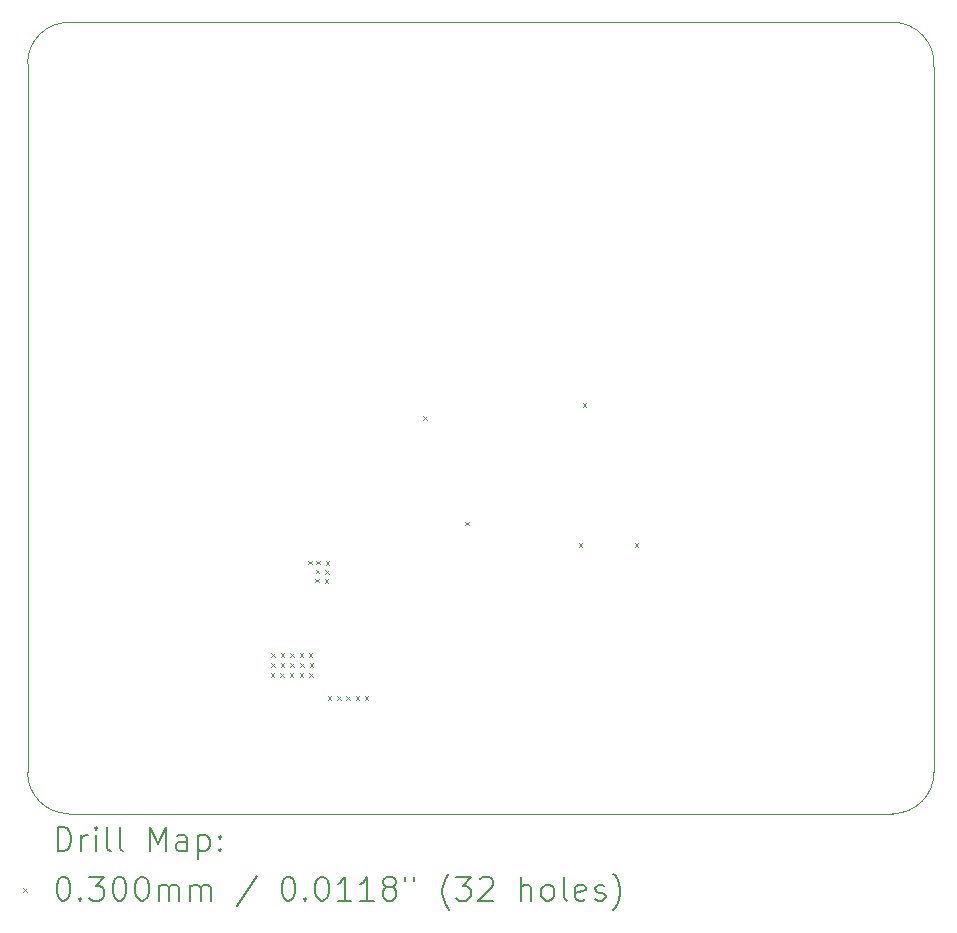
<source format=gbr>
%TF.GenerationSoftware,KiCad,Pcbnew,8.0.4*%
%TF.CreationDate,2024-12-09T12:19:38+01:00*%
%TF.ProjectId,BLDC motor controller,424c4443-206d-46f7-946f-7220636f6e74,1.1*%
%TF.SameCoordinates,Original*%
%TF.FileFunction,Drillmap*%
%TF.FilePolarity,Positive*%
%FSLAX45Y45*%
G04 Gerber Fmt 4.5, Leading zero omitted, Abs format (unit mm)*
G04 Created by KiCad (PCBNEW 8.0.4) date 2024-12-09 12:19:38*
%MOMM*%
%LPD*%
G01*
G04 APERTURE LIST*
%ADD10C,0.100000*%
%ADD11C,0.200000*%
G04 APERTURE END LIST*
D10*
X9725000Y-6750000D02*
X16700000Y-6750000D01*
X9375000Y-7100000D02*
G75*
G02*
X9725000Y-6750000I350000J0D01*
G01*
X9375000Y-13100000D02*
X9375000Y-8750000D01*
X16700000Y-6750000D02*
G75*
G02*
X17049111Y-7124936I0J-350000D01*
G01*
X9725000Y-13450000D02*
X16700000Y-13450000D01*
X17050000Y-13100000D02*
X17050000Y-7125000D01*
X17050000Y-13100000D02*
G75*
G02*
X16700000Y-13450000I-350000J0D01*
G01*
X9725000Y-13450000D02*
G75*
G02*
X9375000Y-13100000I0J350000D01*
G01*
X9375000Y-8750000D02*
X9375000Y-7100000D01*
D11*
D10*
X11435000Y-12260000D02*
X11465000Y-12290000D01*
X11465000Y-12260000D02*
X11435000Y-12290000D01*
X11440000Y-12090000D02*
X11470000Y-12120000D01*
X11470000Y-12090000D02*
X11440000Y-12120000D01*
X11440000Y-12175000D02*
X11470000Y-12205000D01*
X11470000Y-12175000D02*
X11440000Y-12205000D01*
X11515000Y-12260000D02*
X11545000Y-12290000D01*
X11545000Y-12260000D02*
X11515000Y-12290000D01*
X11520000Y-12090000D02*
X11550000Y-12120000D01*
X11550000Y-12090000D02*
X11520000Y-12120000D01*
X11520000Y-12175000D02*
X11550000Y-12205000D01*
X11550000Y-12175000D02*
X11520000Y-12205000D01*
X11595000Y-12260000D02*
X11625000Y-12290000D01*
X11625000Y-12260000D02*
X11595000Y-12290000D01*
X11600000Y-12090000D02*
X11630000Y-12120000D01*
X11630000Y-12090000D02*
X11600000Y-12120000D01*
X11600000Y-12175000D02*
X11630000Y-12205000D01*
X11630000Y-12175000D02*
X11600000Y-12205000D01*
X11680000Y-12090000D02*
X11710000Y-12120000D01*
X11710000Y-12090000D02*
X11680000Y-12120000D01*
X11680000Y-12260000D02*
X11710000Y-12290000D01*
X11710000Y-12260000D02*
X11680000Y-12290000D01*
X11685000Y-12175000D02*
X11715000Y-12205000D01*
X11715000Y-12175000D02*
X11685000Y-12205000D01*
X11750000Y-11310000D02*
X11780000Y-11340000D01*
X11780000Y-11310000D02*
X11750000Y-11340000D01*
X11755000Y-12090000D02*
X11785000Y-12120000D01*
X11785000Y-12090000D02*
X11755000Y-12120000D01*
X11760000Y-12260000D02*
X11790000Y-12290000D01*
X11790000Y-12260000D02*
X11760000Y-12290000D01*
X11765000Y-12175000D02*
X11795000Y-12205000D01*
X11795000Y-12175000D02*
X11765000Y-12205000D01*
X11810000Y-11460000D02*
X11840000Y-11490000D01*
X11840000Y-11460000D02*
X11810000Y-11490000D01*
X11815000Y-11385000D02*
X11845000Y-11415000D01*
X11845000Y-11385000D02*
X11815000Y-11415000D01*
X11820000Y-11310000D02*
X11850000Y-11340000D01*
X11850000Y-11310000D02*
X11820000Y-11340000D01*
X11890000Y-11465000D02*
X11920000Y-11495000D01*
X11920000Y-11465000D02*
X11890000Y-11495000D01*
X11895000Y-11390000D02*
X11925000Y-11420000D01*
X11925000Y-11390000D02*
X11895000Y-11420000D01*
X11900000Y-11315000D02*
X11930000Y-11345000D01*
X11930000Y-11315000D02*
X11900000Y-11345000D01*
X11915000Y-12455000D02*
X11945000Y-12485000D01*
X11945000Y-12455000D02*
X11915000Y-12485000D01*
X11995000Y-12455000D02*
X12025000Y-12485000D01*
X12025000Y-12455000D02*
X11995000Y-12485000D01*
X12075000Y-12455000D02*
X12105000Y-12485000D01*
X12105000Y-12455000D02*
X12075000Y-12485000D01*
X12155000Y-12455000D02*
X12185000Y-12485000D01*
X12185000Y-12455000D02*
X12155000Y-12485000D01*
X12230000Y-12455000D02*
X12260000Y-12485000D01*
X12260000Y-12455000D02*
X12230000Y-12485000D01*
X12725000Y-10085000D02*
X12755000Y-10115000D01*
X12755000Y-10085000D02*
X12725000Y-10115000D01*
X13082500Y-10977500D02*
X13112500Y-11007500D01*
X13112500Y-10977500D02*
X13082500Y-11007500D01*
X14040000Y-11160000D02*
X14070000Y-11190000D01*
X14070000Y-11160000D02*
X14040000Y-11190000D01*
X14075000Y-9975000D02*
X14105000Y-10005000D01*
X14105000Y-9975000D02*
X14075000Y-10005000D01*
X14515000Y-11160000D02*
X14545000Y-11190000D01*
X14545000Y-11160000D02*
X14515000Y-11190000D01*
D11*
X9630777Y-13766484D02*
X9630777Y-13566484D01*
X9630777Y-13566484D02*
X9678396Y-13566484D01*
X9678396Y-13566484D02*
X9706967Y-13576008D01*
X9706967Y-13576008D02*
X9726015Y-13595055D01*
X9726015Y-13595055D02*
X9735539Y-13614103D01*
X9735539Y-13614103D02*
X9745063Y-13652198D01*
X9745063Y-13652198D02*
X9745063Y-13680769D01*
X9745063Y-13680769D02*
X9735539Y-13718865D01*
X9735539Y-13718865D02*
X9726015Y-13737912D01*
X9726015Y-13737912D02*
X9706967Y-13756960D01*
X9706967Y-13756960D02*
X9678396Y-13766484D01*
X9678396Y-13766484D02*
X9630777Y-13766484D01*
X9830777Y-13766484D02*
X9830777Y-13633150D01*
X9830777Y-13671246D02*
X9840301Y-13652198D01*
X9840301Y-13652198D02*
X9849824Y-13642674D01*
X9849824Y-13642674D02*
X9868872Y-13633150D01*
X9868872Y-13633150D02*
X9887920Y-13633150D01*
X9954586Y-13766484D02*
X9954586Y-13633150D01*
X9954586Y-13566484D02*
X9945063Y-13576008D01*
X9945063Y-13576008D02*
X9954586Y-13585531D01*
X9954586Y-13585531D02*
X9964110Y-13576008D01*
X9964110Y-13576008D02*
X9954586Y-13566484D01*
X9954586Y-13566484D02*
X9954586Y-13585531D01*
X10078396Y-13766484D02*
X10059348Y-13756960D01*
X10059348Y-13756960D02*
X10049824Y-13737912D01*
X10049824Y-13737912D02*
X10049824Y-13566484D01*
X10183158Y-13766484D02*
X10164110Y-13756960D01*
X10164110Y-13756960D02*
X10154586Y-13737912D01*
X10154586Y-13737912D02*
X10154586Y-13566484D01*
X10411729Y-13766484D02*
X10411729Y-13566484D01*
X10411729Y-13566484D02*
X10478396Y-13709341D01*
X10478396Y-13709341D02*
X10545063Y-13566484D01*
X10545063Y-13566484D02*
X10545063Y-13766484D01*
X10726015Y-13766484D02*
X10726015Y-13661722D01*
X10726015Y-13661722D02*
X10716491Y-13642674D01*
X10716491Y-13642674D02*
X10697444Y-13633150D01*
X10697444Y-13633150D02*
X10659348Y-13633150D01*
X10659348Y-13633150D02*
X10640301Y-13642674D01*
X10726015Y-13756960D02*
X10706967Y-13766484D01*
X10706967Y-13766484D02*
X10659348Y-13766484D01*
X10659348Y-13766484D02*
X10640301Y-13756960D01*
X10640301Y-13756960D02*
X10630777Y-13737912D01*
X10630777Y-13737912D02*
X10630777Y-13718865D01*
X10630777Y-13718865D02*
X10640301Y-13699817D01*
X10640301Y-13699817D02*
X10659348Y-13690293D01*
X10659348Y-13690293D02*
X10706967Y-13690293D01*
X10706967Y-13690293D02*
X10726015Y-13680769D01*
X10821253Y-13633150D02*
X10821253Y-13833150D01*
X10821253Y-13642674D02*
X10840301Y-13633150D01*
X10840301Y-13633150D02*
X10878396Y-13633150D01*
X10878396Y-13633150D02*
X10897444Y-13642674D01*
X10897444Y-13642674D02*
X10906967Y-13652198D01*
X10906967Y-13652198D02*
X10916491Y-13671246D01*
X10916491Y-13671246D02*
X10916491Y-13728388D01*
X10916491Y-13728388D02*
X10906967Y-13747436D01*
X10906967Y-13747436D02*
X10897444Y-13756960D01*
X10897444Y-13756960D02*
X10878396Y-13766484D01*
X10878396Y-13766484D02*
X10840301Y-13766484D01*
X10840301Y-13766484D02*
X10821253Y-13756960D01*
X11002205Y-13747436D02*
X11011729Y-13756960D01*
X11011729Y-13756960D02*
X11002205Y-13766484D01*
X11002205Y-13766484D02*
X10992682Y-13756960D01*
X10992682Y-13756960D02*
X11002205Y-13747436D01*
X11002205Y-13747436D02*
X11002205Y-13766484D01*
X11002205Y-13642674D02*
X11011729Y-13652198D01*
X11011729Y-13652198D02*
X11002205Y-13661722D01*
X11002205Y-13661722D02*
X10992682Y-13652198D01*
X10992682Y-13652198D02*
X11002205Y-13642674D01*
X11002205Y-13642674D02*
X11002205Y-13661722D01*
D10*
X9340000Y-14080000D02*
X9370000Y-14110000D01*
X9370000Y-14080000D02*
X9340000Y-14110000D01*
D11*
X9668872Y-13986484D02*
X9687920Y-13986484D01*
X9687920Y-13986484D02*
X9706967Y-13996008D01*
X9706967Y-13996008D02*
X9716491Y-14005531D01*
X9716491Y-14005531D02*
X9726015Y-14024579D01*
X9726015Y-14024579D02*
X9735539Y-14062674D01*
X9735539Y-14062674D02*
X9735539Y-14110293D01*
X9735539Y-14110293D02*
X9726015Y-14148388D01*
X9726015Y-14148388D02*
X9716491Y-14167436D01*
X9716491Y-14167436D02*
X9706967Y-14176960D01*
X9706967Y-14176960D02*
X9687920Y-14186484D01*
X9687920Y-14186484D02*
X9668872Y-14186484D01*
X9668872Y-14186484D02*
X9649824Y-14176960D01*
X9649824Y-14176960D02*
X9640301Y-14167436D01*
X9640301Y-14167436D02*
X9630777Y-14148388D01*
X9630777Y-14148388D02*
X9621253Y-14110293D01*
X9621253Y-14110293D02*
X9621253Y-14062674D01*
X9621253Y-14062674D02*
X9630777Y-14024579D01*
X9630777Y-14024579D02*
X9640301Y-14005531D01*
X9640301Y-14005531D02*
X9649824Y-13996008D01*
X9649824Y-13996008D02*
X9668872Y-13986484D01*
X9821253Y-14167436D02*
X9830777Y-14176960D01*
X9830777Y-14176960D02*
X9821253Y-14186484D01*
X9821253Y-14186484D02*
X9811729Y-14176960D01*
X9811729Y-14176960D02*
X9821253Y-14167436D01*
X9821253Y-14167436D02*
X9821253Y-14186484D01*
X9897444Y-13986484D02*
X10021253Y-13986484D01*
X10021253Y-13986484D02*
X9954586Y-14062674D01*
X9954586Y-14062674D02*
X9983158Y-14062674D01*
X9983158Y-14062674D02*
X10002205Y-14072198D01*
X10002205Y-14072198D02*
X10011729Y-14081722D01*
X10011729Y-14081722D02*
X10021253Y-14100769D01*
X10021253Y-14100769D02*
X10021253Y-14148388D01*
X10021253Y-14148388D02*
X10011729Y-14167436D01*
X10011729Y-14167436D02*
X10002205Y-14176960D01*
X10002205Y-14176960D02*
X9983158Y-14186484D01*
X9983158Y-14186484D02*
X9926015Y-14186484D01*
X9926015Y-14186484D02*
X9906967Y-14176960D01*
X9906967Y-14176960D02*
X9897444Y-14167436D01*
X10145063Y-13986484D02*
X10164110Y-13986484D01*
X10164110Y-13986484D02*
X10183158Y-13996008D01*
X10183158Y-13996008D02*
X10192682Y-14005531D01*
X10192682Y-14005531D02*
X10202205Y-14024579D01*
X10202205Y-14024579D02*
X10211729Y-14062674D01*
X10211729Y-14062674D02*
X10211729Y-14110293D01*
X10211729Y-14110293D02*
X10202205Y-14148388D01*
X10202205Y-14148388D02*
X10192682Y-14167436D01*
X10192682Y-14167436D02*
X10183158Y-14176960D01*
X10183158Y-14176960D02*
X10164110Y-14186484D01*
X10164110Y-14186484D02*
X10145063Y-14186484D01*
X10145063Y-14186484D02*
X10126015Y-14176960D01*
X10126015Y-14176960D02*
X10116491Y-14167436D01*
X10116491Y-14167436D02*
X10106967Y-14148388D01*
X10106967Y-14148388D02*
X10097444Y-14110293D01*
X10097444Y-14110293D02*
X10097444Y-14062674D01*
X10097444Y-14062674D02*
X10106967Y-14024579D01*
X10106967Y-14024579D02*
X10116491Y-14005531D01*
X10116491Y-14005531D02*
X10126015Y-13996008D01*
X10126015Y-13996008D02*
X10145063Y-13986484D01*
X10335539Y-13986484D02*
X10354586Y-13986484D01*
X10354586Y-13986484D02*
X10373634Y-13996008D01*
X10373634Y-13996008D02*
X10383158Y-14005531D01*
X10383158Y-14005531D02*
X10392682Y-14024579D01*
X10392682Y-14024579D02*
X10402205Y-14062674D01*
X10402205Y-14062674D02*
X10402205Y-14110293D01*
X10402205Y-14110293D02*
X10392682Y-14148388D01*
X10392682Y-14148388D02*
X10383158Y-14167436D01*
X10383158Y-14167436D02*
X10373634Y-14176960D01*
X10373634Y-14176960D02*
X10354586Y-14186484D01*
X10354586Y-14186484D02*
X10335539Y-14186484D01*
X10335539Y-14186484D02*
X10316491Y-14176960D01*
X10316491Y-14176960D02*
X10306967Y-14167436D01*
X10306967Y-14167436D02*
X10297444Y-14148388D01*
X10297444Y-14148388D02*
X10287920Y-14110293D01*
X10287920Y-14110293D02*
X10287920Y-14062674D01*
X10287920Y-14062674D02*
X10297444Y-14024579D01*
X10297444Y-14024579D02*
X10306967Y-14005531D01*
X10306967Y-14005531D02*
X10316491Y-13996008D01*
X10316491Y-13996008D02*
X10335539Y-13986484D01*
X10487920Y-14186484D02*
X10487920Y-14053150D01*
X10487920Y-14072198D02*
X10497444Y-14062674D01*
X10497444Y-14062674D02*
X10516491Y-14053150D01*
X10516491Y-14053150D02*
X10545063Y-14053150D01*
X10545063Y-14053150D02*
X10564110Y-14062674D01*
X10564110Y-14062674D02*
X10573634Y-14081722D01*
X10573634Y-14081722D02*
X10573634Y-14186484D01*
X10573634Y-14081722D02*
X10583158Y-14062674D01*
X10583158Y-14062674D02*
X10602205Y-14053150D01*
X10602205Y-14053150D02*
X10630777Y-14053150D01*
X10630777Y-14053150D02*
X10649825Y-14062674D01*
X10649825Y-14062674D02*
X10659348Y-14081722D01*
X10659348Y-14081722D02*
X10659348Y-14186484D01*
X10754586Y-14186484D02*
X10754586Y-14053150D01*
X10754586Y-14072198D02*
X10764110Y-14062674D01*
X10764110Y-14062674D02*
X10783158Y-14053150D01*
X10783158Y-14053150D02*
X10811729Y-14053150D01*
X10811729Y-14053150D02*
X10830777Y-14062674D01*
X10830777Y-14062674D02*
X10840301Y-14081722D01*
X10840301Y-14081722D02*
X10840301Y-14186484D01*
X10840301Y-14081722D02*
X10849825Y-14062674D01*
X10849825Y-14062674D02*
X10868872Y-14053150D01*
X10868872Y-14053150D02*
X10897444Y-14053150D01*
X10897444Y-14053150D02*
X10916491Y-14062674D01*
X10916491Y-14062674D02*
X10926015Y-14081722D01*
X10926015Y-14081722D02*
X10926015Y-14186484D01*
X11316491Y-13976960D02*
X11145063Y-14234103D01*
X11573634Y-13986484D02*
X11592682Y-13986484D01*
X11592682Y-13986484D02*
X11611729Y-13996008D01*
X11611729Y-13996008D02*
X11621253Y-14005531D01*
X11621253Y-14005531D02*
X11630777Y-14024579D01*
X11630777Y-14024579D02*
X11640301Y-14062674D01*
X11640301Y-14062674D02*
X11640301Y-14110293D01*
X11640301Y-14110293D02*
X11630777Y-14148388D01*
X11630777Y-14148388D02*
X11621253Y-14167436D01*
X11621253Y-14167436D02*
X11611729Y-14176960D01*
X11611729Y-14176960D02*
X11592682Y-14186484D01*
X11592682Y-14186484D02*
X11573634Y-14186484D01*
X11573634Y-14186484D02*
X11554586Y-14176960D01*
X11554586Y-14176960D02*
X11545063Y-14167436D01*
X11545063Y-14167436D02*
X11535539Y-14148388D01*
X11535539Y-14148388D02*
X11526015Y-14110293D01*
X11526015Y-14110293D02*
X11526015Y-14062674D01*
X11526015Y-14062674D02*
X11535539Y-14024579D01*
X11535539Y-14024579D02*
X11545063Y-14005531D01*
X11545063Y-14005531D02*
X11554586Y-13996008D01*
X11554586Y-13996008D02*
X11573634Y-13986484D01*
X11726015Y-14167436D02*
X11735539Y-14176960D01*
X11735539Y-14176960D02*
X11726015Y-14186484D01*
X11726015Y-14186484D02*
X11716491Y-14176960D01*
X11716491Y-14176960D02*
X11726015Y-14167436D01*
X11726015Y-14167436D02*
X11726015Y-14186484D01*
X11859348Y-13986484D02*
X11878396Y-13986484D01*
X11878396Y-13986484D02*
X11897444Y-13996008D01*
X11897444Y-13996008D02*
X11906967Y-14005531D01*
X11906967Y-14005531D02*
X11916491Y-14024579D01*
X11916491Y-14024579D02*
X11926015Y-14062674D01*
X11926015Y-14062674D02*
X11926015Y-14110293D01*
X11926015Y-14110293D02*
X11916491Y-14148388D01*
X11916491Y-14148388D02*
X11906967Y-14167436D01*
X11906967Y-14167436D02*
X11897444Y-14176960D01*
X11897444Y-14176960D02*
X11878396Y-14186484D01*
X11878396Y-14186484D02*
X11859348Y-14186484D01*
X11859348Y-14186484D02*
X11840301Y-14176960D01*
X11840301Y-14176960D02*
X11830777Y-14167436D01*
X11830777Y-14167436D02*
X11821253Y-14148388D01*
X11821253Y-14148388D02*
X11811729Y-14110293D01*
X11811729Y-14110293D02*
X11811729Y-14062674D01*
X11811729Y-14062674D02*
X11821253Y-14024579D01*
X11821253Y-14024579D02*
X11830777Y-14005531D01*
X11830777Y-14005531D02*
X11840301Y-13996008D01*
X11840301Y-13996008D02*
X11859348Y-13986484D01*
X12116491Y-14186484D02*
X12002206Y-14186484D01*
X12059348Y-14186484D02*
X12059348Y-13986484D01*
X12059348Y-13986484D02*
X12040301Y-14015055D01*
X12040301Y-14015055D02*
X12021253Y-14034103D01*
X12021253Y-14034103D02*
X12002206Y-14043627D01*
X12306967Y-14186484D02*
X12192682Y-14186484D01*
X12249825Y-14186484D02*
X12249825Y-13986484D01*
X12249825Y-13986484D02*
X12230777Y-14015055D01*
X12230777Y-14015055D02*
X12211729Y-14034103D01*
X12211729Y-14034103D02*
X12192682Y-14043627D01*
X12421253Y-14072198D02*
X12402206Y-14062674D01*
X12402206Y-14062674D02*
X12392682Y-14053150D01*
X12392682Y-14053150D02*
X12383158Y-14034103D01*
X12383158Y-14034103D02*
X12383158Y-14024579D01*
X12383158Y-14024579D02*
X12392682Y-14005531D01*
X12392682Y-14005531D02*
X12402206Y-13996008D01*
X12402206Y-13996008D02*
X12421253Y-13986484D01*
X12421253Y-13986484D02*
X12459348Y-13986484D01*
X12459348Y-13986484D02*
X12478396Y-13996008D01*
X12478396Y-13996008D02*
X12487920Y-14005531D01*
X12487920Y-14005531D02*
X12497444Y-14024579D01*
X12497444Y-14024579D02*
X12497444Y-14034103D01*
X12497444Y-14034103D02*
X12487920Y-14053150D01*
X12487920Y-14053150D02*
X12478396Y-14062674D01*
X12478396Y-14062674D02*
X12459348Y-14072198D01*
X12459348Y-14072198D02*
X12421253Y-14072198D01*
X12421253Y-14072198D02*
X12402206Y-14081722D01*
X12402206Y-14081722D02*
X12392682Y-14091246D01*
X12392682Y-14091246D02*
X12383158Y-14110293D01*
X12383158Y-14110293D02*
X12383158Y-14148388D01*
X12383158Y-14148388D02*
X12392682Y-14167436D01*
X12392682Y-14167436D02*
X12402206Y-14176960D01*
X12402206Y-14176960D02*
X12421253Y-14186484D01*
X12421253Y-14186484D02*
X12459348Y-14186484D01*
X12459348Y-14186484D02*
X12478396Y-14176960D01*
X12478396Y-14176960D02*
X12487920Y-14167436D01*
X12487920Y-14167436D02*
X12497444Y-14148388D01*
X12497444Y-14148388D02*
X12497444Y-14110293D01*
X12497444Y-14110293D02*
X12487920Y-14091246D01*
X12487920Y-14091246D02*
X12478396Y-14081722D01*
X12478396Y-14081722D02*
X12459348Y-14072198D01*
X12573634Y-13986484D02*
X12573634Y-14024579D01*
X12649825Y-13986484D02*
X12649825Y-14024579D01*
X12945063Y-14262674D02*
X12935539Y-14253150D01*
X12935539Y-14253150D02*
X12916491Y-14224579D01*
X12916491Y-14224579D02*
X12906968Y-14205531D01*
X12906968Y-14205531D02*
X12897444Y-14176960D01*
X12897444Y-14176960D02*
X12887920Y-14129341D01*
X12887920Y-14129341D02*
X12887920Y-14091246D01*
X12887920Y-14091246D02*
X12897444Y-14043627D01*
X12897444Y-14043627D02*
X12906968Y-14015055D01*
X12906968Y-14015055D02*
X12916491Y-13996008D01*
X12916491Y-13996008D02*
X12935539Y-13967436D01*
X12935539Y-13967436D02*
X12945063Y-13957912D01*
X13002206Y-13986484D02*
X13126015Y-13986484D01*
X13126015Y-13986484D02*
X13059348Y-14062674D01*
X13059348Y-14062674D02*
X13087920Y-14062674D01*
X13087920Y-14062674D02*
X13106968Y-14072198D01*
X13106968Y-14072198D02*
X13116491Y-14081722D01*
X13116491Y-14081722D02*
X13126015Y-14100769D01*
X13126015Y-14100769D02*
X13126015Y-14148388D01*
X13126015Y-14148388D02*
X13116491Y-14167436D01*
X13116491Y-14167436D02*
X13106968Y-14176960D01*
X13106968Y-14176960D02*
X13087920Y-14186484D01*
X13087920Y-14186484D02*
X13030777Y-14186484D01*
X13030777Y-14186484D02*
X13011729Y-14176960D01*
X13011729Y-14176960D02*
X13002206Y-14167436D01*
X13202206Y-14005531D02*
X13211729Y-13996008D01*
X13211729Y-13996008D02*
X13230777Y-13986484D01*
X13230777Y-13986484D02*
X13278396Y-13986484D01*
X13278396Y-13986484D02*
X13297444Y-13996008D01*
X13297444Y-13996008D02*
X13306968Y-14005531D01*
X13306968Y-14005531D02*
X13316491Y-14024579D01*
X13316491Y-14024579D02*
X13316491Y-14043627D01*
X13316491Y-14043627D02*
X13306968Y-14072198D01*
X13306968Y-14072198D02*
X13192682Y-14186484D01*
X13192682Y-14186484D02*
X13316491Y-14186484D01*
X13554587Y-14186484D02*
X13554587Y-13986484D01*
X13640301Y-14186484D02*
X13640301Y-14081722D01*
X13640301Y-14081722D02*
X13630777Y-14062674D01*
X13630777Y-14062674D02*
X13611730Y-14053150D01*
X13611730Y-14053150D02*
X13583158Y-14053150D01*
X13583158Y-14053150D02*
X13564110Y-14062674D01*
X13564110Y-14062674D02*
X13554587Y-14072198D01*
X13764110Y-14186484D02*
X13745063Y-14176960D01*
X13745063Y-14176960D02*
X13735539Y-14167436D01*
X13735539Y-14167436D02*
X13726015Y-14148388D01*
X13726015Y-14148388D02*
X13726015Y-14091246D01*
X13726015Y-14091246D02*
X13735539Y-14072198D01*
X13735539Y-14072198D02*
X13745063Y-14062674D01*
X13745063Y-14062674D02*
X13764110Y-14053150D01*
X13764110Y-14053150D02*
X13792682Y-14053150D01*
X13792682Y-14053150D02*
X13811730Y-14062674D01*
X13811730Y-14062674D02*
X13821253Y-14072198D01*
X13821253Y-14072198D02*
X13830777Y-14091246D01*
X13830777Y-14091246D02*
X13830777Y-14148388D01*
X13830777Y-14148388D02*
X13821253Y-14167436D01*
X13821253Y-14167436D02*
X13811730Y-14176960D01*
X13811730Y-14176960D02*
X13792682Y-14186484D01*
X13792682Y-14186484D02*
X13764110Y-14186484D01*
X13945063Y-14186484D02*
X13926015Y-14176960D01*
X13926015Y-14176960D02*
X13916491Y-14157912D01*
X13916491Y-14157912D02*
X13916491Y-13986484D01*
X14097444Y-14176960D02*
X14078396Y-14186484D01*
X14078396Y-14186484D02*
X14040301Y-14186484D01*
X14040301Y-14186484D02*
X14021253Y-14176960D01*
X14021253Y-14176960D02*
X14011730Y-14157912D01*
X14011730Y-14157912D02*
X14011730Y-14081722D01*
X14011730Y-14081722D02*
X14021253Y-14062674D01*
X14021253Y-14062674D02*
X14040301Y-14053150D01*
X14040301Y-14053150D02*
X14078396Y-14053150D01*
X14078396Y-14053150D02*
X14097444Y-14062674D01*
X14097444Y-14062674D02*
X14106968Y-14081722D01*
X14106968Y-14081722D02*
X14106968Y-14100769D01*
X14106968Y-14100769D02*
X14011730Y-14119817D01*
X14183158Y-14176960D02*
X14202206Y-14186484D01*
X14202206Y-14186484D02*
X14240301Y-14186484D01*
X14240301Y-14186484D02*
X14259349Y-14176960D01*
X14259349Y-14176960D02*
X14268872Y-14157912D01*
X14268872Y-14157912D02*
X14268872Y-14148388D01*
X14268872Y-14148388D02*
X14259349Y-14129341D01*
X14259349Y-14129341D02*
X14240301Y-14119817D01*
X14240301Y-14119817D02*
X14211730Y-14119817D01*
X14211730Y-14119817D02*
X14192682Y-14110293D01*
X14192682Y-14110293D02*
X14183158Y-14091246D01*
X14183158Y-14091246D02*
X14183158Y-14081722D01*
X14183158Y-14081722D02*
X14192682Y-14062674D01*
X14192682Y-14062674D02*
X14211730Y-14053150D01*
X14211730Y-14053150D02*
X14240301Y-14053150D01*
X14240301Y-14053150D02*
X14259349Y-14062674D01*
X14335539Y-14262674D02*
X14345063Y-14253150D01*
X14345063Y-14253150D02*
X14364111Y-14224579D01*
X14364111Y-14224579D02*
X14373634Y-14205531D01*
X14373634Y-14205531D02*
X14383158Y-14176960D01*
X14383158Y-14176960D02*
X14392682Y-14129341D01*
X14392682Y-14129341D02*
X14392682Y-14091246D01*
X14392682Y-14091246D02*
X14383158Y-14043627D01*
X14383158Y-14043627D02*
X14373634Y-14015055D01*
X14373634Y-14015055D02*
X14364111Y-13996008D01*
X14364111Y-13996008D02*
X14345063Y-13967436D01*
X14345063Y-13967436D02*
X14335539Y-13957912D01*
M02*

</source>
